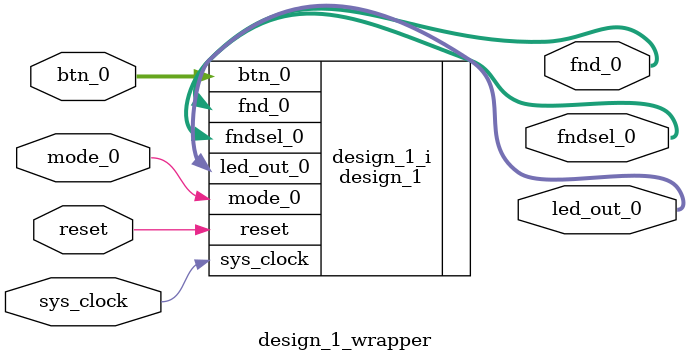
<source format=v>
`timescale 1 ps / 1 ps

module design_1_wrapper
   (btn_0,
    fnd_0,
    fndsel_0,
    led_out_0,
    mode_0,
    reset,
    sys_clock);
  input [3:0]btn_0;
  output [6:0]fnd_0;
  output [3:0]fndsel_0;
  output [7:0]led_out_0;
  input mode_0;
  input reset;
  input sys_clock;

  wire [3:0]btn_0;
  wire [6:0]fnd_0;
  wire [3:0]fndsel_0;
  wire [7:0]led_out_0;
  wire mode_0;
  wire reset;
  wire sys_clock;

  design_1 design_1_i
       (.btn_0(btn_0),
        .fnd_0(fnd_0),
        .fndsel_0(fndsel_0),
        .led_out_0(led_out_0),
        .mode_0(mode_0),
        .reset(reset),
        .sys_clock(sys_clock));
endmodule

</source>
